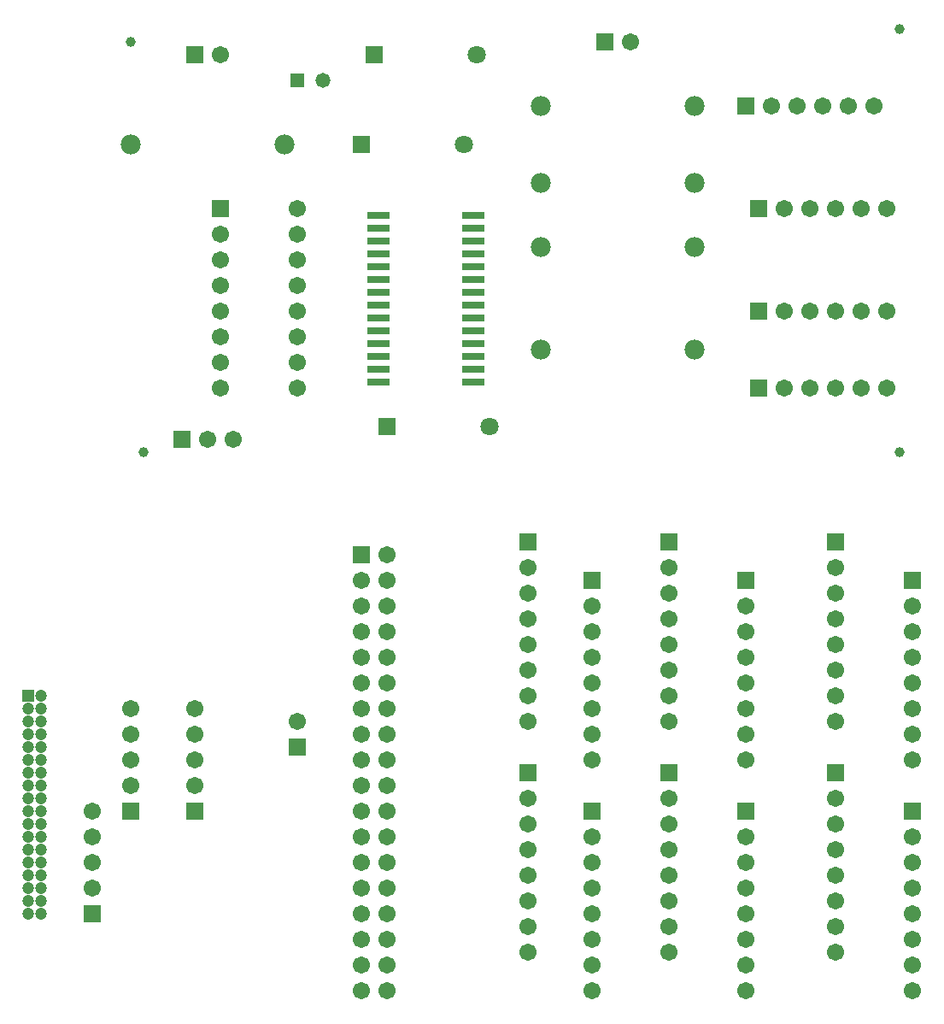
<source format=gbr>
G04 DipTrace 2.4.0.2*
%INTopMask.gbr*%
%MOIN*%
%ADD27C,0.0394*%
%ADD35C,0.0474*%
%ADD37R,0.0474X0.0474*%
%ADD39R,0.058X0.058*%
%ADD41C,0.058*%
%ADD43R,0.0867X0.0316*%
%ADD45C,0.078*%
%ADD47C,0.078*%
%ADD49C,0.0671*%
%ADD51R,0.0671X0.0671*%
%ADD53R,0.071X0.071*%
%ADD55C,0.071*%
%FSLAX44Y44*%
G04*
G70*
G90*
G75*
G01*
%LNTopMask*%
%LPD*%
D55*
X23440Y42440D3*
D53*
X19440D3*
D55*
X22940Y38940D3*
D53*
X18940D3*
D55*
X23940Y27940D3*
D53*
X19940D3*
D51*
X11940Y27440D3*
D49*
X12940D3*
X13940D3*
D51*
X12440Y42440D3*
D49*
X13440D3*
D51*
X33940Y40440D3*
D49*
X34940D3*
X35940D3*
X36940D3*
X37940D3*
X38940D3*
D51*
X34440Y36440D3*
D49*
X35440D3*
X36440D3*
X37440D3*
X38440D3*
X39440D3*
D51*
X34440Y32440D3*
D49*
X35440D3*
X36440D3*
X37440D3*
X38440D3*
X39440D3*
D51*
X34440Y29440D3*
D49*
X35440D3*
X36440D3*
X37440D3*
X38440D3*
X39440D3*
D51*
X28440Y42940D3*
D49*
X29440D3*
D47*
X31940Y40440D3*
D45*
X25940D3*
D47*
X31940Y37440D3*
D45*
X25940D3*
D47*
X31940Y34940D3*
D45*
X25940D3*
D47*
X31940Y30940D3*
D45*
X25940D3*
D43*
X19590Y36190D3*
Y35690D3*
Y35190D3*
Y34690D3*
Y34190D3*
Y33690D3*
Y33190D3*
Y32690D3*
Y32190D3*
Y31690D3*
Y31190D3*
Y30690D3*
Y30190D3*
Y29690D3*
X23290D3*
Y30190D3*
Y30690D3*
Y31190D3*
Y31690D3*
Y32190D3*
Y32690D3*
Y33190D3*
Y33690D3*
Y34190D3*
Y34690D3*
Y35190D3*
Y35690D3*
Y36190D3*
D51*
X13440Y36440D3*
D49*
Y35440D3*
Y34440D3*
Y33440D3*
Y32440D3*
Y31440D3*
Y30440D3*
Y29440D3*
X16440D3*
Y30440D3*
Y31440D3*
Y32440D3*
Y33440D3*
Y34440D3*
Y35440D3*
Y36440D3*
D41*
X17440Y41440D3*
D39*
X16440D3*
D47*
X15940Y38940D3*
D45*
X9940D3*
D27*
Y42940D3*
X10440Y26940D3*
X39940D3*
Y43440D3*
D51*
X9940Y12940D3*
D49*
Y13940D3*
Y14940D3*
Y15940D3*
Y16940D3*
D37*
X5940Y17440D3*
D35*
X6440D3*
X5940Y16940D3*
X6440D3*
X5940Y16440D3*
X6440D3*
X5940Y15940D3*
X6440D3*
X5940Y15440D3*
X6440D3*
X5940Y14940D3*
X6440D3*
X5940Y14440D3*
X6440D3*
X5940Y13940D3*
X6440D3*
X5940Y13440D3*
X6440D3*
X5940Y12940D3*
X6440D3*
X5940Y12440D3*
X6440D3*
X5940Y11940D3*
X6440D3*
X5940Y11440D3*
X6440D3*
X5940Y10940D3*
X6440D3*
X5940Y10440D3*
X6440D3*
X5940Y9940D3*
X6440D3*
X5940Y9440D3*
X6440D3*
X5940Y8940D3*
X6440D3*
D51*
X12440Y12940D3*
D49*
Y13940D3*
Y14940D3*
Y15940D3*
Y16940D3*
D51*
X8440Y8940D3*
D49*
Y9940D3*
Y10940D3*
Y11940D3*
Y12940D3*
D51*
X18940Y22940D3*
D49*
X19940D3*
X18940Y21940D3*
X19940D3*
X18940Y20940D3*
X19940D3*
X18940Y19940D3*
X19940D3*
X18940Y18940D3*
X19940D3*
X18940Y17940D3*
X19940D3*
X18940Y16940D3*
X19940D3*
X18940Y15940D3*
X19940D3*
X18940Y14940D3*
X19940D3*
X18940Y13940D3*
X19940D3*
X18940Y12940D3*
X19940D3*
X18940Y11940D3*
X19940D3*
X18940Y10940D3*
X19940D3*
X18940Y9940D3*
X19940D3*
X18940Y8940D3*
X19940D3*
X18940Y7940D3*
X19940D3*
X18940Y6940D3*
X19940D3*
X18940Y5940D3*
X19940D3*
D51*
X25440Y23440D3*
D49*
Y22440D3*
Y21440D3*
Y20440D3*
Y19440D3*
Y18440D3*
Y17440D3*
Y16440D3*
D51*
X30940Y23440D3*
D49*
Y22440D3*
Y21440D3*
Y20440D3*
Y19440D3*
Y18440D3*
Y17440D3*
Y16440D3*
D51*
X27940Y21940D3*
D49*
Y20940D3*
Y19940D3*
Y18940D3*
Y17940D3*
Y16940D3*
Y15940D3*
Y14940D3*
D51*
X33940Y21940D3*
D49*
Y20940D3*
Y19940D3*
Y18940D3*
Y17940D3*
Y16940D3*
Y15940D3*
Y14940D3*
D51*
X37440Y23440D3*
D49*
Y22440D3*
Y21440D3*
Y20440D3*
Y19440D3*
Y18440D3*
Y17440D3*
Y16440D3*
D51*
X40440Y21940D3*
D49*
Y20940D3*
Y19940D3*
Y18940D3*
Y17940D3*
Y16940D3*
Y15940D3*
Y14940D3*
D51*
X25440Y14440D3*
D49*
Y13440D3*
Y12440D3*
Y11440D3*
Y10440D3*
Y9440D3*
Y8440D3*
Y7440D3*
D51*
X30940Y14440D3*
D49*
Y13440D3*
Y12440D3*
Y11440D3*
Y10440D3*
Y9440D3*
Y8440D3*
Y7440D3*
D51*
X27940Y12940D3*
D49*
Y11940D3*
Y10940D3*
Y9940D3*
Y8940D3*
Y7940D3*
Y6940D3*
Y5940D3*
D51*
X33940Y12940D3*
D49*
Y11940D3*
Y10940D3*
Y9940D3*
Y8940D3*
Y7940D3*
Y6940D3*
Y5940D3*
D51*
X37440Y14440D3*
D49*
Y13440D3*
Y12440D3*
Y11440D3*
Y10440D3*
Y9440D3*
Y8440D3*
Y7440D3*
D51*
X40440Y12940D3*
D49*
Y11940D3*
Y10940D3*
Y9940D3*
Y8940D3*
Y7940D3*
Y6940D3*
Y5940D3*
D51*
X16440Y15440D3*
D49*
Y16440D3*
M02*

</source>
